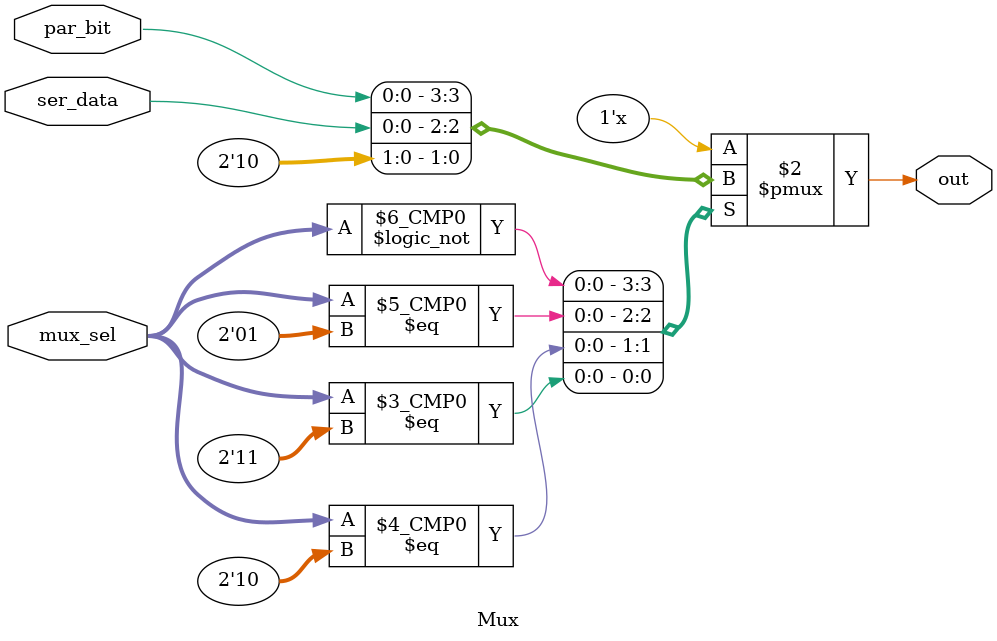
<source format=v>
module Mux (
    input  wire [1:0] mux_sel,
    input  wire       ser_data,
    input  wire       par_bit,
    output reg        out
);
    always @(*) begin
        case (mux_sel)
            2'b00: out = par_bit;
            2'b01: out = ser_data;
            2'b10: out = 1'b1;
            2'b11: out = 1'b0;
        endcase
    end
endmodule

</source>
